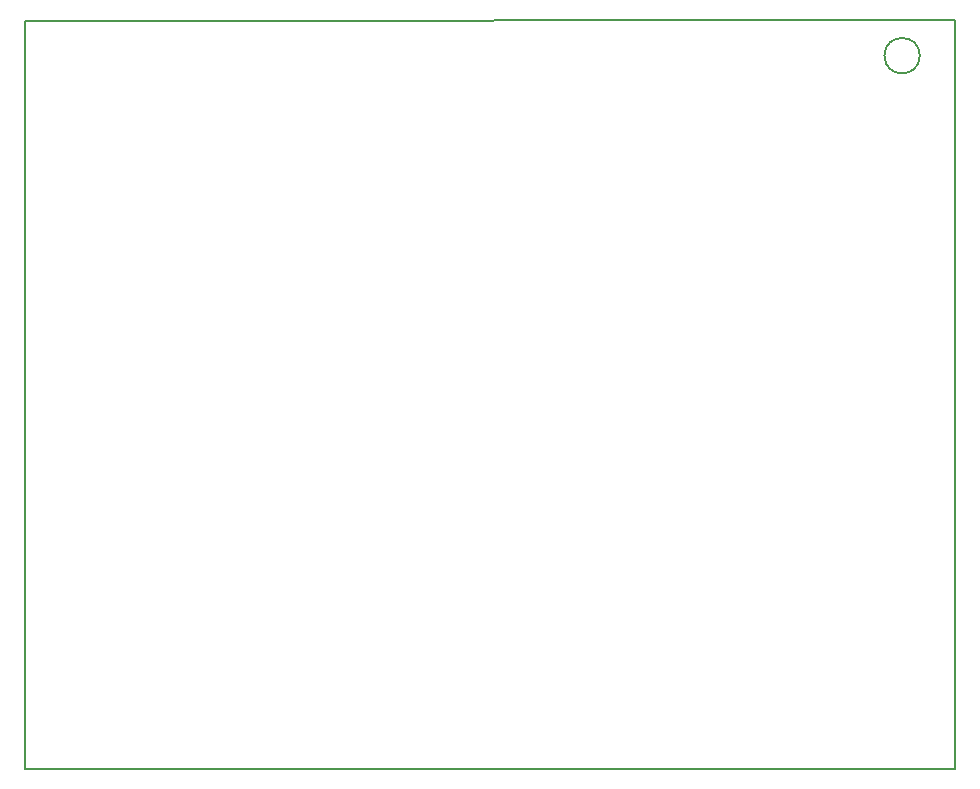
<source format=gbr>
G04 #@! TF.GenerationSoftware,KiCad,Pcbnew,(5.0.0)*
G04 #@! TF.CreationDate,2019-05-18T10:04:22+12:00*
G04 #@! TF.ProjectId,CNC Shield,434E4320536869656C642E6B69636164,rev?*
G04 #@! TF.SameCoordinates,Original*
G04 #@! TF.FileFunction,Profile,NP*
%FSLAX46Y46*%
G04 Gerber Fmt 4.6, Leading zero omitted, Abs format (unit mm)*
G04 Created by KiCad (PCBNEW (5.0.0)) date 05/18/19 10:04:22*
%MOMM*%
%LPD*%
G01*
G04 APERTURE LIST*
%ADD10C,0.150000*%
%ADD11C,0.200000*%
G04 APERTURE END LIST*
D10*
X168500000Y-52000000D02*
G75*
G03X168500000Y-52000000I-1500000J0D01*
G01*
D11*
X171500000Y-49000000D02*
X92700000Y-49100000D01*
X171500000Y-112400000D02*
X171500000Y-49000000D01*
X92700000Y-112400000D02*
X171500000Y-112400000D01*
X92700000Y-49100000D02*
X92700000Y-112400000D01*
M02*

</source>
